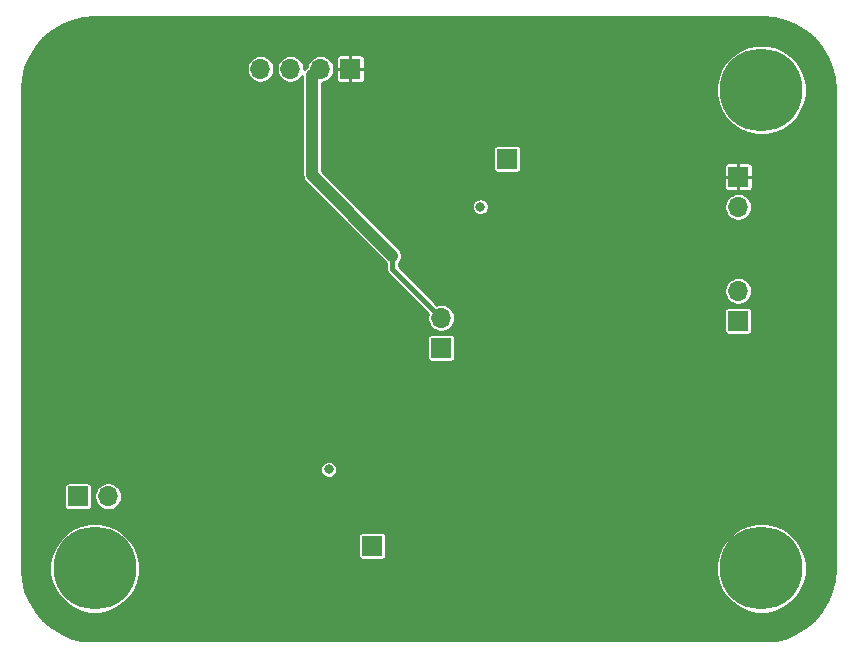
<source format=gbr>
%TF.GenerationSoftware,KiCad,Pcbnew,(5.1.9)-1*%
%TF.CreationDate,2021-07-15T19:39:04-04:00*%
%TF.ProjectId,detector_circuit_LTC6269,64657465-6374-46f7-925f-636972637569,rev?*%
%TF.SameCoordinates,Original*%
%TF.FileFunction,Copper,L4,Bot*%
%TF.FilePolarity,Positive*%
%FSLAX46Y46*%
G04 Gerber Fmt 4.6, Leading zero omitted, Abs format (unit mm)*
G04 Created by KiCad (PCBNEW (5.1.9)-1) date 2021-07-15 19:39:04*
%MOMM*%
%LPD*%
G01*
G04 APERTURE LIST*
%TA.AperFunction,ComponentPad*%
%ADD10C,7.000000*%
%TD*%
%TA.AperFunction,ComponentPad*%
%ADD11O,1.700000X1.700000*%
%TD*%
%TA.AperFunction,ComponentPad*%
%ADD12R,1.700000X1.700000*%
%TD*%
%TA.AperFunction,ViaPad*%
%ADD13C,0.800000*%
%TD*%
%TA.AperFunction,Conductor*%
%ADD14C,0.420000*%
%TD*%
%TA.AperFunction,Conductor*%
%ADD15C,1.000000*%
%TD*%
%TA.AperFunction,Conductor*%
%ADD16C,0.254000*%
%TD*%
%TA.AperFunction,Conductor*%
%ADD17C,0.100000*%
%TD*%
G04 APERTURE END LIST*
D10*
%TO.P,REF\u002A\u002A,1*%
%TO.N,N/C*%
X146621500Y-100457000D03*
%TD*%
%TO.P,REF\u002A\u002A,1*%
%TO.N,N/C*%
X146621500Y-140970000D03*
%TD*%
D11*
%TO.P,J3,4*%
%TO.N,/SIPM_OUT*%
X104203500Y-98679000D03*
%TO.P,J3,3*%
%TO.N,/DET_ADC*%
X106743500Y-98679000D03*
%TO.P,J3,2*%
%TO.N,/AMP_OUT*%
X109283500Y-98679000D03*
D12*
%TO.P,J3,1*%
%TO.N,GND*%
X111823500Y-98679000D03*
%TD*%
D11*
%TO.P,J2,2*%
%TO.N,N/C*%
X144653000Y-117475000D03*
D12*
%TO.P,J2,1*%
%TO.N,/SIPM_OUT*%
X144653000Y-120015000D03*
%TD*%
D11*
%TO.P,J1,2*%
%TO.N,+4.7V*%
X144653000Y-110363000D03*
D12*
%TO.P,J1,1*%
%TO.N,GND*%
X144653000Y-107823000D03*
%TD*%
D10*
%TO.P,REF\u002A\u002A,1*%
%TO.N,N/C*%
X90170000Y-140970000D03*
%TD*%
D12*
%TO.P,TP15,1*%
%TO.N,Net-(C18-Pad2)*%
X113665000Y-139065000D03*
%TD*%
D11*
%TO.P,JP1,2*%
%TO.N,/AMP_OUT*%
X119507000Y-119761000D03*
D12*
%TO.P,JP1,1*%
%TO.N,Net-(C36-Pad1)*%
X119507000Y-122301000D03*
%TD*%
%TO.P,TP1,1*%
%TO.N,/DET_ADC*%
X125095000Y-106299000D03*
%TD*%
D11*
%TO.P,JP5,2*%
%TO.N,/Filter_IN*%
X91313000Y-134874000D03*
D12*
%TO.P,JP5,1*%
%TO.N,Net-(C31-Pad1)*%
X88773000Y-134874000D03*
%TD*%
D13*
%TO.N,GND*%
X124460000Y-123190000D03*
X109982000Y-140589000D03*
X100965000Y-140589000D03*
X106426000Y-130810000D03*
X117094000Y-110363000D03*
X127635000Y-123190000D03*
X118618000Y-134239000D03*
X109728000Y-122428000D03*
X112903000Y-122301000D03*
X110109000Y-115570000D03*
X113284000Y-115443000D03*
X119484500Y-115148000D03*
X115452000Y-134357000D03*
X114173000Y-100520500D03*
%TO.N,/AMP_OUT*%
X115379500Y-114490500D03*
%TO.N,+4.7V*%
X109982000Y-132588000D03*
X122809000Y-110363000D03*
%TD*%
D14*
%TO.N,/AMP_OUT*%
X119507000Y-119761000D02*
X115379500Y-115633500D01*
X115379500Y-115633500D02*
X115379500Y-114490500D01*
X115379500Y-114490500D02*
X115379500Y-114490500D01*
D15*
X108585000Y-107696000D02*
X115379500Y-114490500D01*
X108585000Y-99187000D02*
X108585000Y-107696000D01*
X108775500Y-99187000D02*
X109283500Y-98679000D01*
X108585000Y-99187000D02*
X108775500Y-99187000D01*
%TD*%
D16*
%TO.N,GND*%
X147650585Y-94360540D02*
X148592388Y-94586647D01*
X149487239Y-94957307D01*
X150313075Y-95463379D01*
X151049583Y-96092417D01*
X151678620Y-96828925D01*
X152184694Y-97654764D01*
X152555353Y-98549612D01*
X152781460Y-99491420D01*
X152858001Y-100463963D01*
X152858000Y-140963050D01*
X152781460Y-141935580D01*
X152555353Y-142877388D01*
X152184694Y-143772236D01*
X151678620Y-144598075D01*
X151049583Y-145334583D01*
X150313075Y-145963621D01*
X149487239Y-146469693D01*
X148592388Y-146840353D01*
X147833104Y-147022641D01*
X89021900Y-147022641D01*
X88262612Y-146840353D01*
X87367764Y-146469694D01*
X86541925Y-145963620D01*
X85805417Y-145334583D01*
X85176379Y-144598075D01*
X84670307Y-143772239D01*
X84299647Y-142877388D01*
X84073540Y-141935585D01*
X84010500Y-141134585D01*
X84010500Y-140593073D01*
X86343000Y-140593073D01*
X86343000Y-141346927D01*
X86490070Y-142086295D01*
X86778557Y-142782764D01*
X87197375Y-143409570D01*
X87730430Y-143942625D01*
X88357236Y-144361443D01*
X89053705Y-144649930D01*
X89793073Y-144797000D01*
X90546927Y-144797000D01*
X91286295Y-144649930D01*
X91982764Y-144361443D01*
X92609570Y-143942625D01*
X93142625Y-143409570D01*
X93561443Y-142782764D01*
X93849930Y-142086295D01*
X93997000Y-141346927D01*
X93997000Y-140593073D01*
X142794500Y-140593073D01*
X142794500Y-141346927D01*
X142941570Y-142086295D01*
X143230057Y-142782764D01*
X143648875Y-143409570D01*
X144181930Y-143942625D01*
X144808736Y-144361443D01*
X145505205Y-144649930D01*
X146244573Y-144797000D01*
X146998427Y-144797000D01*
X147737795Y-144649930D01*
X148434264Y-144361443D01*
X149061070Y-143942625D01*
X149594125Y-143409570D01*
X150012943Y-142782764D01*
X150301430Y-142086295D01*
X150448500Y-141346927D01*
X150448500Y-140593073D01*
X150301430Y-139853705D01*
X150012943Y-139157236D01*
X149594125Y-138530430D01*
X149061070Y-137997375D01*
X148434264Y-137578557D01*
X147737795Y-137290070D01*
X146998427Y-137143000D01*
X146244573Y-137143000D01*
X145505205Y-137290070D01*
X144808736Y-137578557D01*
X144181930Y-137997375D01*
X143648875Y-138530430D01*
X143230057Y-139157236D01*
X142941570Y-139853705D01*
X142794500Y-140593073D01*
X93997000Y-140593073D01*
X93849930Y-139853705D01*
X93561443Y-139157236D01*
X93142625Y-138530430D01*
X92827195Y-138215000D01*
X112486418Y-138215000D01*
X112486418Y-139915000D01*
X112492732Y-139979103D01*
X112511430Y-140040743D01*
X112541794Y-140097550D01*
X112582657Y-140147343D01*
X112632450Y-140188206D01*
X112689257Y-140218570D01*
X112750897Y-140237268D01*
X112815000Y-140243582D01*
X114515000Y-140243582D01*
X114579103Y-140237268D01*
X114640743Y-140218570D01*
X114697550Y-140188206D01*
X114747343Y-140147343D01*
X114788206Y-140097550D01*
X114818570Y-140040743D01*
X114837268Y-139979103D01*
X114843582Y-139915000D01*
X114843582Y-138215000D01*
X114837268Y-138150897D01*
X114818570Y-138089257D01*
X114788206Y-138032450D01*
X114747343Y-137982657D01*
X114697550Y-137941794D01*
X114640743Y-137911430D01*
X114579103Y-137892732D01*
X114515000Y-137886418D01*
X112815000Y-137886418D01*
X112750897Y-137892732D01*
X112689257Y-137911430D01*
X112632450Y-137941794D01*
X112582657Y-137982657D01*
X112541794Y-138032450D01*
X112511430Y-138089257D01*
X112492732Y-138150897D01*
X112486418Y-138215000D01*
X92827195Y-138215000D01*
X92609570Y-137997375D01*
X91982764Y-137578557D01*
X91286295Y-137290070D01*
X90546927Y-137143000D01*
X89793073Y-137143000D01*
X89053705Y-137290070D01*
X88357236Y-137578557D01*
X87730430Y-137997375D01*
X87197375Y-138530430D01*
X86778557Y-139157236D01*
X86490070Y-139853705D01*
X86343000Y-140593073D01*
X84010500Y-140593073D01*
X84010500Y-134024000D01*
X87594418Y-134024000D01*
X87594418Y-135724000D01*
X87600732Y-135788103D01*
X87619430Y-135849743D01*
X87649794Y-135906550D01*
X87690657Y-135956343D01*
X87740450Y-135997206D01*
X87797257Y-136027570D01*
X87858897Y-136046268D01*
X87923000Y-136052582D01*
X89623000Y-136052582D01*
X89687103Y-136046268D01*
X89748743Y-136027570D01*
X89805550Y-135997206D01*
X89855343Y-135956343D01*
X89896206Y-135906550D01*
X89926570Y-135849743D01*
X89945268Y-135788103D01*
X89951582Y-135724000D01*
X89951582Y-134758076D01*
X90136000Y-134758076D01*
X90136000Y-134989924D01*
X90181231Y-135217318D01*
X90269956Y-135431519D01*
X90398764Y-135624294D01*
X90562706Y-135788236D01*
X90755481Y-135917044D01*
X90969682Y-136005769D01*
X91197076Y-136051000D01*
X91428924Y-136051000D01*
X91656318Y-136005769D01*
X91870519Y-135917044D01*
X92063294Y-135788236D01*
X92227236Y-135624294D01*
X92356044Y-135431519D01*
X92444769Y-135217318D01*
X92490000Y-134989924D01*
X92490000Y-134758076D01*
X92444769Y-134530682D01*
X92356044Y-134316481D01*
X92227236Y-134123706D01*
X92063294Y-133959764D01*
X91870519Y-133830956D01*
X91656318Y-133742231D01*
X91428924Y-133697000D01*
X91197076Y-133697000D01*
X90969682Y-133742231D01*
X90755481Y-133830956D01*
X90562706Y-133959764D01*
X90398764Y-134123706D01*
X90269956Y-134316481D01*
X90181231Y-134530682D01*
X90136000Y-134758076D01*
X89951582Y-134758076D01*
X89951582Y-134024000D01*
X89945268Y-133959897D01*
X89926570Y-133898257D01*
X89896206Y-133841450D01*
X89855343Y-133791657D01*
X89805550Y-133750794D01*
X89748743Y-133720430D01*
X89687103Y-133701732D01*
X89623000Y-133695418D01*
X87923000Y-133695418D01*
X87858897Y-133701732D01*
X87797257Y-133720430D01*
X87740450Y-133750794D01*
X87690657Y-133791657D01*
X87649794Y-133841450D01*
X87619430Y-133898257D01*
X87600732Y-133959897D01*
X87594418Y-134024000D01*
X84010500Y-134024000D01*
X84010500Y-132516397D01*
X109255000Y-132516397D01*
X109255000Y-132659603D01*
X109282938Y-132800058D01*
X109337741Y-132932364D01*
X109417302Y-133051436D01*
X109518564Y-133152698D01*
X109637636Y-133232259D01*
X109769942Y-133287062D01*
X109910397Y-133315000D01*
X110053603Y-133315000D01*
X110194058Y-133287062D01*
X110326364Y-133232259D01*
X110445436Y-133152698D01*
X110546698Y-133051436D01*
X110626259Y-132932364D01*
X110681062Y-132800058D01*
X110709000Y-132659603D01*
X110709000Y-132516397D01*
X110681062Y-132375942D01*
X110626259Y-132243636D01*
X110546698Y-132124564D01*
X110445436Y-132023302D01*
X110326364Y-131943741D01*
X110194058Y-131888938D01*
X110053603Y-131861000D01*
X109910397Y-131861000D01*
X109769942Y-131888938D01*
X109637636Y-131943741D01*
X109518564Y-132023302D01*
X109417302Y-132124564D01*
X109337741Y-132243636D01*
X109282938Y-132375942D01*
X109255000Y-132516397D01*
X84010500Y-132516397D01*
X84010500Y-121451000D01*
X118328418Y-121451000D01*
X118328418Y-123151000D01*
X118334732Y-123215103D01*
X118353430Y-123276743D01*
X118383794Y-123333550D01*
X118424657Y-123383343D01*
X118474450Y-123424206D01*
X118531257Y-123454570D01*
X118592897Y-123473268D01*
X118657000Y-123479582D01*
X120357000Y-123479582D01*
X120421103Y-123473268D01*
X120482743Y-123454570D01*
X120539550Y-123424206D01*
X120589343Y-123383343D01*
X120630206Y-123333550D01*
X120660570Y-123276743D01*
X120679268Y-123215103D01*
X120685582Y-123151000D01*
X120685582Y-121451000D01*
X120679268Y-121386897D01*
X120660570Y-121325257D01*
X120630206Y-121268450D01*
X120589343Y-121218657D01*
X120539550Y-121177794D01*
X120482743Y-121147430D01*
X120421103Y-121128732D01*
X120357000Y-121122418D01*
X118657000Y-121122418D01*
X118592897Y-121128732D01*
X118531257Y-121147430D01*
X118474450Y-121177794D01*
X118424657Y-121218657D01*
X118383794Y-121268450D01*
X118353430Y-121325257D01*
X118334732Y-121386897D01*
X118328418Y-121451000D01*
X84010500Y-121451000D01*
X84010500Y-100292415D01*
X84073540Y-99491415D01*
X84296414Y-98563076D01*
X103026500Y-98563076D01*
X103026500Y-98794924D01*
X103071731Y-99022318D01*
X103160456Y-99236519D01*
X103289264Y-99429294D01*
X103453206Y-99593236D01*
X103645981Y-99722044D01*
X103860182Y-99810769D01*
X104087576Y-99856000D01*
X104319424Y-99856000D01*
X104546818Y-99810769D01*
X104761019Y-99722044D01*
X104953794Y-99593236D01*
X105117736Y-99429294D01*
X105246544Y-99236519D01*
X105335269Y-99022318D01*
X105380500Y-98794924D01*
X105380500Y-98563076D01*
X105566500Y-98563076D01*
X105566500Y-98794924D01*
X105611731Y-99022318D01*
X105700456Y-99236519D01*
X105829264Y-99429294D01*
X105993206Y-99593236D01*
X106185981Y-99722044D01*
X106400182Y-99810769D01*
X106627576Y-99856000D01*
X106859424Y-99856000D01*
X107086818Y-99810769D01*
X107301019Y-99722044D01*
X107493794Y-99593236D01*
X107657736Y-99429294D01*
X107758000Y-99279238D01*
X107758001Y-107655376D01*
X107754000Y-107696000D01*
X107769967Y-107858120D01*
X107817256Y-108014010D01*
X107894048Y-108157679D01*
X107971498Y-108252051D01*
X107997395Y-108283606D01*
X108028948Y-108309501D01*
X114823448Y-115104002D01*
X114842500Y-115119638D01*
X114842500Y-115607132D01*
X114839903Y-115633500D01*
X114842500Y-115659868D01*
X114842500Y-115659877D01*
X114850270Y-115738769D01*
X114880976Y-115839994D01*
X114930841Y-115933285D01*
X114997947Y-116015053D01*
X115018436Y-116031868D01*
X118383730Y-119397163D01*
X118375231Y-119417682D01*
X118330000Y-119645076D01*
X118330000Y-119876924D01*
X118375231Y-120104318D01*
X118463956Y-120318519D01*
X118592764Y-120511294D01*
X118756706Y-120675236D01*
X118949481Y-120804044D01*
X119163682Y-120892769D01*
X119391076Y-120938000D01*
X119622924Y-120938000D01*
X119850318Y-120892769D01*
X120064519Y-120804044D01*
X120257294Y-120675236D01*
X120421236Y-120511294D01*
X120550044Y-120318519D01*
X120638769Y-120104318D01*
X120684000Y-119876924D01*
X120684000Y-119645076D01*
X120638769Y-119417682D01*
X120550044Y-119203481D01*
X120524332Y-119165000D01*
X143474418Y-119165000D01*
X143474418Y-120865000D01*
X143480732Y-120929103D01*
X143499430Y-120990743D01*
X143529794Y-121047550D01*
X143570657Y-121097343D01*
X143620450Y-121138206D01*
X143677257Y-121168570D01*
X143738897Y-121187268D01*
X143803000Y-121193582D01*
X145503000Y-121193582D01*
X145567103Y-121187268D01*
X145628743Y-121168570D01*
X145685550Y-121138206D01*
X145735343Y-121097343D01*
X145776206Y-121047550D01*
X145806570Y-120990743D01*
X145825268Y-120929103D01*
X145831582Y-120865000D01*
X145831582Y-119165000D01*
X145825268Y-119100897D01*
X145806570Y-119039257D01*
X145776206Y-118982450D01*
X145735343Y-118932657D01*
X145685550Y-118891794D01*
X145628743Y-118861430D01*
X145567103Y-118842732D01*
X145503000Y-118836418D01*
X143803000Y-118836418D01*
X143738897Y-118842732D01*
X143677257Y-118861430D01*
X143620450Y-118891794D01*
X143570657Y-118932657D01*
X143529794Y-118982450D01*
X143499430Y-119039257D01*
X143480732Y-119100897D01*
X143474418Y-119165000D01*
X120524332Y-119165000D01*
X120421236Y-119010706D01*
X120257294Y-118846764D01*
X120064519Y-118717956D01*
X119850318Y-118629231D01*
X119622924Y-118584000D01*
X119391076Y-118584000D01*
X119163682Y-118629231D01*
X119143163Y-118637730D01*
X117864509Y-117359076D01*
X143476000Y-117359076D01*
X143476000Y-117590924D01*
X143521231Y-117818318D01*
X143609956Y-118032519D01*
X143738764Y-118225294D01*
X143902706Y-118389236D01*
X144095481Y-118518044D01*
X144309682Y-118606769D01*
X144537076Y-118652000D01*
X144768924Y-118652000D01*
X144996318Y-118606769D01*
X145210519Y-118518044D01*
X145403294Y-118389236D01*
X145567236Y-118225294D01*
X145696044Y-118032519D01*
X145784769Y-117818318D01*
X145830000Y-117590924D01*
X145830000Y-117359076D01*
X145784769Y-117131682D01*
X145696044Y-116917481D01*
X145567236Y-116724706D01*
X145403294Y-116560764D01*
X145210519Y-116431956D01*
X144996318Y-116343231D01*
X144768924Y-116298000D01*
X144537076Y-116298000D01*
X144309682Y-116343231D01*
X144095481Y-116431956D01*
X143902706Y-116560764D01*
X143738764Y-116724706D01*
X143609956Y-116917481D01*
X143521231Y-117131682D01*
X143476000Y-117359076D01*
X117864509Y-117359076D01*
X115916500Y-115411068D01*
X115916500Y-115119637D01*
X115967106Y-115078106D01*
X116070452Y-114952179D01*
X116147244Y-114808510D01*
X116194533Y-114652620D01*
X116210500Y-114490499D01*
X116194533Y-114328379D01*
X116147244Y-114172489D01*
X116070452Y-114028820D01*
X115993002Y-113934448D01*
X112349951Y-110291397D01*
X122082000Y-110291397D01*
X122082000Y-110434603D01*
X122109938Y-110575058D01*
X122164741Y-110707364D01*
X122244302Y-110826436D01*
X122345564Y-110927698D01*
X122464636Y-111007259D01*
X122596942Y-111062062D01*
X122737397Y-111090000D01*
X122880603Y-111090000D01*
X123021058Y-111062062D01*
X123153364Y-111007259D01*
X123272436Y-110927698D01*
X123373698Y-110826436D01*
X123453259Y-110707364D01*
X123508062Y-110575058D01*
X123536000Y-110434603D01*
X123536000Y-110291397D01*
X123527185Y-110247076D01*
X143476000Y-110247076D01*
X143476000Y-110478924D01*
X143521231Y-110706318D01*
X143609956Y-110920519D01*
X143738764Y-111113294D01*
X143902706Y-111277236D01*
X144095481Y-111406044D01*
X144309682Y-111494769D01*
X144537076Y-111540000D01*
X144768924Y-111540000D01*
X144996318Y-111494769D01*
X145210519Y-111406044D01*
X145403294Y-111277236D01*
X145567236Y-111113294D01*
X145696044Y-110920519D01*
X145784769Y-110706318D01*
X145830000Y-110478924D01*
X145830000Y-110247076D01*
X145784769Y-110019682D01*
X145696044Y-109805481D01*
X145567236Y-109612706D01*
X145403294Y-109448764D01*
X145210519Y-109319956D01*
X144996318Y-109231231D01*
X144768924Y-109186000D01*
X144537076Y-109186000D01*
X144309682Y-109231231D01*
X144095481Y-109319956D01*
X143902706Y-109448764D01*
X143738764Y-109612706D01*
X143609956Y-109805481D01*
X143521231Y-110019682D01*
X143476000Y-110247076D01*
X123527185Y-110247076D01*
X123508062Y-110150942D01*
X123453259Y-110018636D01*
X123373698Y-109899564D01*
X123272436Y-109798302D01*
X123153364Y-109718741D01*
X123021058Y-109663938D01*
X122880603Y-109636000D01*
X122737397Y-109636000D01*
X122596942Y-109663938D01*
X122464636Y-109718741D01*
X122345564Y-109798302D01*
X122244302Y-109899564D01*
X122164741Y-110018636D01*
X122109938Y-110150942D01*
X122082000Y-110291397D01*
X112349951Y-110291397D01*
X110731554Y-108673000D01*
X143420157Y-108673000D01*
X143427513Y-108747689D01*
X143449299Y-108819508D01*
X143484678Y-108885696D01*
X143532289Y-108943711D01*
X143590304Y-108991322D01*
X143656492Y-109026701D01*
X143728311Y-109048487D01*
X143803000Y-109055843D01*
X144557250Y-109054000D01*
X144652500Y-108958750D01*
X144652500Y-107823500D01*
X144653500Y-107823500D01*
X144653500Y-108958750D01*
X144748750Y-109054000D01*
X145503000Y-109055843D01*
X145577689Y-109048487D01*
X145649508Y-109026701D01*
X145715696Y-108991322D01*
X145773711Y-108943711D01*
X145821322Y-108885696D01*
X145856701Y-108819508D01*
X145878487Y-108747689D01*
X145885843Y-108673000D01*
X145884000Y-107918750D01*
X145788750Y-107823500D01*
X144653500Y-107823500D01*
X144652500Y-107823500D01*
X143517250Y-107823500D01*
X143422000Y-107918750D01*
X143420157Y-108673000D01*
X110731554Y-108673000D01*
X109412000Y-107353447D01*
X109412000Y-105449000D01*
X123916418Y-105449000D01*
X123916418Y-107149000D01*
X123922732Y-107213103D01*
X123941430Y-107274743D01*
X123971794Y-107331550D01*
X124012657Y-107381343D01*
X124062450Y-107422206D01*
X124119257Y-107452570D01*
X124180897Y-107471268D01*
X124245000Y-107477582D01*
X125945000Y-107477582D01*
X126009103Y-107471268D01*
X126070743Y-107452570D01*
X126127550Y-107422206D01*
X126177343Y-107381343D01*
X126218206Y-107331550D01*
X126248570Y-107274743D01*
X126267268Y-107213103D01*
X126273582Y-107149000D01*
X126273582Y-106973000D01*
X143420157Y-106973000D01*
X143422000Y-107727250D01*
X143517250Y-107822500D01*
X144652500Y-107822500D01*
X144652500Y-106687250D01*
X144653500Y-106687250D01*
X144653500Y-107822500D01*
X145788750Y-107822500D01*
X145884000Y-107727250D01*
X145885843Y-106973000D01*
X145878487Y-106898311D01*
X145856701Y-106826492D01*
X145821322Y-106760304D01*
X145773711Y-106702289D01*
X145715696Y-106654678D01*
X145649508Y-106619299D01*
X145577689Y-106597513D01*
X145503000Y-106590157D01*
X144748750Y-106592000D01*
X144653500Y-106687250D01*
X144652500Y-106687250D01*
X144557250Y-106592000D01*
X143803000Y-106590157D01*
X143728311Y-106597513D01*
X143656492Y-106619299D01*
X143590304Y-106654678D01*
X143532289Y-106702289D01*
X143484678Y-106760304D01*
X143449299Y-106826492D01*
X143427513Y-106898311D01*
X143420157Y-106973000D01*
X126273582Y-106973000D01*
X126273582Y-105449000D01*
X126267268Y-105384897D01*
X126248570Y-105323257D01*
X126218206Y-105266450D01*
X126177343Y-105216657D01*
X126127550Y-105175794D01*
X126070743Y-105145430D01*
X126009103Y-105126732D01*
X125945000Y-105120418D01*
X124245000Y-105120418D01*
X124180897Y-105126732D01*
X124119257Y-105145430D01*
X124062450Y-105175794D01*
X124012657Y-105216657D01*
X123971794Y-105266450D01*
X123941430Y-105323257D01*
X123922732Y-105384897D01*
X123916418Y-105449000D01*
X109412000Y-105449000D01*
X109412000Y-100080073D01*
X142794500Y-100080073D01*
X142794500Y-100833927D01*
X142941570Y-101573295D01*
X143230057Y-102269764D01*
X143648875Y-102896570D01*
X144181930Y-103429625D01*
X144808736Y-103848443D01*
X145505205Y-104136930D01*
X146244573Y-104284000D01*
X146998427Y-104284000D01*
X147737795Y-104136930D01*
X148434264Y-103848443D01*
X149061070Y-103429625D01*
X149594125Y-102896570D01*
X150012943Y-102269764D01*
X150301430Y-101573295D01*
X150448500Y-100833927D01*
X150448500Y-100080073D01*
X150301430Y-99340705D01*
X150012943Y-98644236D01*
X149594125Y-98017430D01*
X149061070Y-97484375D01*
X148434264Y-97065557D01*
X147737795Y-96777070D01*
X146998427Y-96630000D01*
X146244573Y-96630000D01*
X145505205Y-96777070D01*
X144808736Y-97065557D01*
X144181930Y-97484375D01*
X143648875Y-98017430D01*
X143230057Y-98644236D01*
X142941570Y-99340705D01*
X142794500Y-100080073D01*
X109412000Y-100080073D01*
X109412000Y-99853499D01*
X109626818Y-99810769D01*
X109841019Y-99722044D01*
X110033794Y-99593236D01*
X110098030Y-99529000D01*
X110590657Y-99529000D01*
X110598013Y-99603689D01*
X110619799Y-99675508D01*
X110655178Y-99741696D01*
X110702789Y-99799711D01*
X110760804Y-99847322D01*
X110826992Y-99882701D01*
X110898811Y-99904487D01*
X110973500Y-99911843D01*
X111727750Y-99910000D01*
X111823000Y-99814750D01*
X111823000Y-98679500D01*
X111824000Y-98679500D01*
X111824000Y-99814750D01*
X111919250Y-99910000D01*
X112673500Y-99911843D01*
X112748189Y-99904487D01*
X112820008Y-99882701D01*
X112886196Y-99847322D01*
X112944211Y-99799711D01*
X112991822Y-99741696D01*
X113027201Y-99675508D01*
X113048987Y-99603689D01*
X113056343Y-99529000D01*
X113054500Y-98774750D01*
X112959250Y-98679500D01*
X111824000Y-98679500D01*
X111823000Y-98679500D01*
X110687750Y-98679500D01*
X110592500Y-98774750D01*
X110590657Y-99529000D01*
X110098030Y-99529000D01*
X110197736Y-99429294D01*
X110326544Y-99236519D01*
X110415269Y-99022318D01*
X110460500Y-98794924D01*
X110460500Y-98563076D01*
X110415269Y-98335682D01*
X110326544Y-98121481D01*
X110197736Y-97928706D01*
X110098030Y-97829000D01*
X110590657Y-97829000D01*
X110592500Y-98583250D01*
X110687750Y-98678500D01*
X111823000Y-98678500D01*
X111823000Y-97543250D01*
X111824000Y-97543250D01*
X111824000Y-98678500D01*
X112959250Y-98678500D01*
X113054500Y-98583250D01*
X113056343Y-97829000D01*
X113048987Y-97754311D01*
X113027201Y-97682492D01*
X112991822Y-97616304D01*
X112944211Y-97558289D01*
X112886196Y-97510678D01*
X112820008Y-97475299D01*
X112748189Y-97453513D01*
X112673500Y-97446157D01*
X111919250Y-97448000D01*
X111824000Y-97543250D01*
X111823000Y-97543250D01*
X111727750Y-97448000D01*
X110973500Y-97446157D01*
X110898811Y-97453513D01*
X110826992Y-97475299D01*
X110760804Y-97510678D01*
X110702789Y-97558289D01*
X110655178Y-97616304D01*
X110619799Y-97682492D01*
X110598013Y-97754311D01*
X110590657Y-97829000D01*
X110098030Y-97829000D01*
X110033794Y-97764764D01*
X109841019Y-97635956D01*
X109626818Y-97547231D01*
X109399424Y-97502000D01*
X109167576Y-97502000D01*
X108940182Y-97547231D01*
X108725981Y-97635956D01*
X108533206Y-97764764D01*
X108369264Y-97928706D01*
X108240456Y-98121481D01*
X108151731Y-98335682D01*
X108119152Y-98499469D01*
X107997394Y-98599394D01*
X107920500Y-98693089D01*
X107920500Y-98563076D01*
X107875269Y-98335682D01*
X107786544Y-98121481D01*
X107657736Y-97928706D01*
X107493794Y-97764764D01*
X107301019Y-97635956D01*
X107086818Y-97547231D01*
X106859424Y-97502000D01*
X106627576Y-97502000D01*
X106400182Y-97547231D01*
X106185981Y-97635956D01*
X105993206Y-97764764D01*
X105829264Y-97928706D01*
X105700456Y-98121481D01*
X105611731Y-98335682D01*
X105566500Y-98563076D01*
X105380500Y-98563076D01*
X105335269Y-98335682D01*
X105246544Y-98121481D01*
X105117736Y-97928706D01*
X104953794Y-97764764D01*
X104761019Y-97635956D01*
X104546818Y-97547231D01*
X104319424Y-97502000D01*
X104087576Y-97502000D01*
X103860182Y-97547231D01*
X103645981Y-97635956D01*
X103453206Y-97764764D01*
X103289264Y-97928706D01*
X103160456Y-98121481D01*
X103071731Y-98335682D01*
X103026500Y-98563076D01*
X84296414Y-98563076D01*
X84299647Y-98549612D01*
X84670307Y-97654761D01*
X85176379Y-96828925D01*
X85805417Y-96092417D01*
X86541925Y-95463380D01*
X87367764Y-94957306D01*
X88262612Y-94586647D01*
X89204420Y-94360540D01*
X90176950Y-94284000D01*
X146678051Y-94284000D01*
X147650585Y-94360540D01*
%TA.AperFunction,Conductor*%
D17*
G36*
X147650585Y-94360540D02*
G01*
X148592388Y-94586647D01*
X149487239Y-94957307D01*
X150313075Y-95463379D01*
X151049583Y-96092417D01*
X151678620Y-96828925D01*
X152184694Y-97654764D01*
X152555353Y-98549612D01*
X152781460Y-99491420D01*
X152858001Y-100463963D01*
X152858000Y-140963050D01*
X152781460Y-141935580D01*
X152555353Y-142877388D01*
X152184694Y-143772236D01*
X151678620Y-144598075D01*
X151049583Y-145334583D01*
X150313075Y-145963621D01*
X149487239Y-146469693D01*
X148592388Y-146840353D01*
X147833104Y-147022641D01*
X89021900Y-147022641D01*
X88262612Y-146840353D01*
X87367764Y-146469694D01*
X86541925Y-145963620D01*
X85805417Y-145334583D01*
X85176379Y-144598075D01*
X84670307Y-143772239D01*
X84299647Y-142877388D01*
X84073540Y-141935585D01*
X84010500Y-141134585D01*
X84010500Y-140593073D01*
X86343000Y-140593073D01*
X86343000Y-141346927D01*
X86490070Y-142086295D01*
X86778557Y-142782764D01*
X87197375Y-143409570D01*
X87730430Y-143942625D01*
X88357236Y-144361443D01*
X89053705Y-144649930D01*
X89793073Y-144797000D01*
X90546927Y-144797000D01*
X91286295Y-144649930D01*
X91982764Y-144361443D01*
X92609570Y-143942625D01*
X93142625Y-143409570D01*
X93561443Y-142782764D01*
X93849930Y-142086295D01*
X93997000Y-141346927D01*
X93997000Y-140593073D01*
X142794500Y-140593073D01*
X142794500Y-141346927D01*
X142941570Y-142086295D01*
X143230057Y-142782764D01*
X143648875Y-143409570D01*
X144181930Y-143942625D01*
X144808736Y-144361443D01*
X145505205Y-144649930D01*
X146244573Y-144797000D01*
X146998427Y-144797000D01*
X147737795Y-144649930D01*
X148434264Y-144361443D01*
X149061070Y-143942625D01*
X149594125Y-143409570D01*
X150012943Y-142782764D01*
X150301430Y-142086295D01*
X150448500Y-141346927D01*
X150448500Y-140593073D01*
X150301430Y-139853705D01*
X150012943Y-139157236D01*
X149594125Y-138530430D01*
X149061070Y-137997375D01*
X148434264Y-137578557D01*
X147737795Y-137290070D01*
X146998427Y-137143000D01*
X146244573Y-137143000D01*
X145505205Y-137290070D01*
X144808736Y-137578557D01*
X144181930Y-137997375D01*
X143648875Y-138530430D01*
X143230057Y-139157236D01*
X142941570Y-139853705D01*
X142794500Y-140593073D01*
X93997000Y-140593073D01*
X93849930Y-139853705D01*
X93561443Y-139157236D01*
X93142625Y-138530430D01*
X92827195Y-138215000D01*
X112486418Y-138215000D01*
X112486418Y-139915000D01*
X112492732Y-139979103D01*
X112511430Y-140040743D01*
X112541794Y-140097550D01*
X112582657Y-140147343D01*
X112632450Y-140188206D01*
X112689257Y-140218570D01*
X112750897Y-140237268D01*
X112815000Y-140243582D01*
X114515000Y-140243582D01*
X114579103Y-140237268D01*
X114640743Y-140218570D01*
X114697550Y-140188206D01*
X114747343Y-140147343D01*
X114788206Y-140097550D01*
X114818570Y-140040743D01*
X114837268Y-139979103D01*
X114843582Y-139915000D01*
X114843582Y-138215000D01*
X114837268Y-138150897D01*
X114818570Y-138089257D01*
X114788206Y-138032450D01*
X114747343Y-137982657D01*
X114697550Y-137941794D01*
X114640743Y-137911430D01*
X114579103Y-137892732D01*
X114515000Y-137886418D01*
X112815000Y-137886418D01*
X112750897Y-137892732D01*
X112689257Y-137911430D01*
X112632450Y-137941794D01*
X112582657Y-137982657D01*
X112541794Y-138032450D01*
X112511430Y-138089257D01*
X112492732Y-138150897D01*
X112486418Y-138215000D01*
X92827195Y-138215000D01*
X92609570Y-137997375D01*
X91982764Y-137578557D01*
X91286295Y-137290070D01*
X90546927Y-137143000D01*
X89793073Y-137143000D01*
X89053705Y-137290070D01*
X88357236Y-137578557D01*
X87730430Y-137997375D01*
X87197375Y-138530430D01*
X86778557Y-139157236D01*
X86490070Y-139853705D01*
X86343000Y-140593073D01*
X84010500Y-140593073D01*
X84010500Y-134024000D01*
X87594418Y-134024000D01*
X87594418Y-135724000D01*
X87600732Y-135788103D01*
X87619430Y-135849743D01*
X87649794Y-135906550D01*
X87690657Y-135956343D01*
X87740450Y-135997206D01*
X87797257Y-136027570D01*
X87858897Y-136046268D01*
X87923000Y-136052582D01*
X89623000Y-136052582D01*
X89687103Y-136046268D01*
X89748743Y-136027570D01*
X89805550Y-135997206D01*
X89855343Y-135956343D01*
X89896206Y-135906550D01*
X89926570Y-135849743D01*
X89945268Y-135788103D01*
X89951582Y-135724000D01*
X89951582Y-134758076D01*
X90136000Y-134758076D01*
X90136000Y-134989924D01*
X90181231Y-135217318D01*
X90269956Y-135431519D01*
X90398764Y-135624294D01*
X90562706Y-135788236D01*
X90755481Y-135917044D01*
X90969682Y-136005769D01*
X91197076Y-136051000D01*
X91428924Y-136051000D01*
X91656318Y-136005769D01*
X91870519Y-135917044D01*
X92063294Y-135788236D01*
X92227236Y-135624294D01*
X92356044Y-135431519D01*
X92444769Y-135217318D01*
X92490000Y-134989924D01*
X92490000Y-134758076D01*
X92444769Y-134530682D01*
X92356044Y-134316481D01*
X92227236Y-134123706D01*
X92063294Y-133959764D01*
X91870519Y-133830956D01*
X91656318Y-133742231D01*
X91428924Y-133697000D01*
X91197076Y-133697000D01*
X90969682Y-133742231D01*
X90755481Y-133830956D01*
X90562706Y-133959764D01*
X90398764Y-134123706D01*
X90269956Y-134316481D01*
X90181231Y-134530682D01*
X90136000Y-134758076D01*
X89951582Y-134758076D01*
X89951582Y-134024000D01*
X89945268Y-133959897D01*
X89926570Y-133898257D01*
X89896206Y-133841450D01*
X89855343Y-133791657D01*
X89805550Y-133750794D01*
X89748743Y-133720430D01*
X89687103Y-133701732D01*
X89623000Y-133695418D01*
X87923000Y-133695418D01*
X87858897Y-133701732D01*
X87797257Y-133720430D01*
X87740450Y-133750794D01*
X87690657Y-133791657D01*
X87649794Y-133841450D01*
X87619430Y-133898257D01*
X87600732Y-133959897D01*
X87594418Y-134024000D01*
X84010500Y-134024000D01*
X84010500Y-132516397D01*
X109255000Y-132516397D01*
X109255000Y-132659603D01*
X109282938Y-132800058D01*
X109337741Y-132932364D01*
X109417302Y-133051436D01*
X109518564Y-133152698D01*
X109637636Y-133232259D01*
X109769942Y-133287062D01*
X109910397Y-133315000D01*
X110053603Y-133315000D01*
X110194058Y-133287062D01*
X110326364Y-133232259D01*
X110445436Y-133152698D01*
X110546698Y-133051436D01*
X110626259Y-132932364D01*
X110681062Y-132800058D01*
X110709000Y-132659603D01*
X110709000Y-132516397D01*
X110681062Y-132375942D01*
X110626259Y-132243636D01*
X110546698Y-132124564D01*
X110445436Y-132023302D01*
X110326364Y-131943741D01*
X110194058Y-131888938D01*
X110053603Y-131861000D01*
X109910397Y-131861000D01*
X109769942Y-131888938D01*
X109637636Y-131943741D01*
X109518564Y-132023302D01*
X109417302Y-132124564D01*
X109337741Y-132243636D01*
X109282938Y-132375942D01*
X109255000Y-132516397D01*
X84010500Y-132516397D01*
X84010500Y-121451000D01*
X118328418Y-121451000D01*
X118328418Y-123151000D01*
X118334732Y-123215103D01*
X118353430Y-123276743D01*
X118383794Y-123333550D01*
X118424657Y-123383343D01*
X118474450Y-123424206D01*
X118531257Y-123454570D01*
X118592897Y-123473268D01*
X118657000Y-123479582D01*
X120357000Y-123479582D01*
X120421103Y-123473268D01*
X120482743Y-123454570D01*
X120539550Y-123424206D01*
X120589343Y-123383343D01*
X120630206Y-123333550D01*
X120660570Y-123276743D01*
X120679268Y-123215103D01*
X120685582Y-123151000D01*
X120685582Y-121451000D01*
X120679268Y-121386897D01*
X120660570Y-121325257D01*
X120630206Y-121268450D01*
X120589343Y-121218657D01*
X120539550Y-121177794D01*
X120482743Y-121147430D01*
X120421103Y-121128732D01*
X120357000Y-121122418D01*
X118657000Y-121122418D01*
X118592897Y-121128732D01*
X118531257Y-121147430D01*
X118474450Y-121177794D01*
X118424657Y-121218657D01*
X118383794Y-121268450D01*
X118353430Y-121325257D01*
X118334732Y-121386897D01*
X118328418Y-121451000D01*
X84010500Y-121451000D01*
X84010500Y-100292415D01*
X84073540Y-99491415D01*
X84296414Y-98563076D01*
X103026500Y-98563076D01*
X103026500Y-98794924D01*
X103071731Y-99022318D01*
X103160456Y-99236519D01*
X103289264Y-99429294D01*
X103453206Y-99593236D01*
X103645981Y-99722044D01*
X103860182Y-99810769D01*
X104087576Y-99856000D01*
X104319424Y-99856000D01*
X104546818Y-99810769D01*
X104761019Y-99722044D01*
X104953794Y-99593236D01*
X105117736Y-99429294D01*
X105246544Y-99236519D01*
X105335269Y-99022318D01*
X105380500Y-98794924D01*
X105380500Y-98563076D01*
X105566500Y-98563076D01*
X105566500Y-98794924D01*
X105611731Y-99022318D01*
X105700456Y-99236519D01*
X105829264Y-99429294D01*
X105993206Y-99593236D01*
X106185981Y-99722044D01*
X106400182Y-99810769D01*
X106627576Y-99856000D01*
X106859424Y-99856000D01*
X107086818Y-99810769D01*
X107301019Y-99722044D01*
X107493794Y-99593236D01*
X107657736Y-99429294D01*
X107758000Y-99279238D01*
X107758001Y-107655376D01*
X107754000Y-107696000D01*
X107769967Y-107858120D01*
X107817256Y-108014010D01*
X107894048Y-108157679D01*
X107971498Y-108252051D01*
X107997395Y-108283606D01*
X108028948Y-108309501D01*
X114823448Y-115104002D01*
X114842500Y-115119638D01*
X114842500Y-115607132D01*
X114839903Y-115633500D01*
X114842500Y-115659868D01*
X114842500Y-115659877D01*
X114850270Y-115738769D01*
X114880976Y-115839994D01*
X114930841Y-115933285D01*
X114997947Y-116015053D01*
X115018436Y-116031868D01*
X118383730Y-119397163D01*
X118375231Y-119417682D01*
X118330000Y-119645076D01*
X118330000Y-119876924D01*
X118375231Y-120104318D01*
X118463956Y-120318519D01*
X118592764Y-120511294D01*
X118756706Y-120675236D01*
X118949481Y-120804044D01*
X119163682Y-120892769D01*
X119391076Y-120938000D01*
X119622924Y-120938000D01*
X119850318Y-120892769D01*
X120064519Y-120804044D01*
X120257294Y-120675236D01*
X120421236Y-120511294D01*
X120550044Y-120318519D01*
X120638769Y-120104318D01*
X120684000Y-119876924D01*
X120684000Y-119645076D01*
X120638769Y-119417682D01*
X120550044Y-119203481D01*
X120524332Y-119165000D01*
X143474418Y-119165000D01*
X143474418Y-120865000D01*
X143480732Y-120929103D01*
X143499430Y-120990743D01*
X143529794Y-121047550D01*
X143570657Y-121097343D01*
X143620450Y-121138206D01*
X143677257Y-121168570D01*
X143738897Y-121187268D01*
X143803000Y-121193582D01*
X145503000Y-121193582D01*
X145567103Y-121187268D01*
X145628743Y-121168570D01*
X145685550Y-121138206D01*
X145735343Y-121097343D01*
X145776206Y-121047550D01*
X145806570Y-120990743D01*
X145825268Y-120929103D01*
X145831582Y-120865000D01*
X145831582Y-119165000D01*
X145825268Y-119100897D01*
X145806570Y-119039257D01*
X145776206Y-118982450D01*
X145735343Y-118932657D01*
X145685550Y-118891794D01*
X145628743Y-118861430D01*
X145567103Y-118842732D01*
X145503000Y-118836418D01*
X143803000Y-118836418D01*
X143738897Y-118842732D01*
X143677257Y-118861430D01*
X143620450Y-118891794D01*
X143570657Y-118932657D01*
X143529794Y-118982450D01*
X143499430Y-119039257D01*
X143480732Y-119100897D01*
X143474418Y-119165000D01*
X120524332Y-119165000D01*
X120421236Y-119010706D01*
X120257294Y-118846764D01*
X120064519Y-118717956D01*
X119850318Y-118629231D01*
X119622924Y-118584000D01*
X119391076Y-118584000D01*
X119163682Y-118629231D01*
X119143163Y-118637730D01*
X117864509Y-117359076D01*
X143476000Y-117359076D01*
X143476000Y-117590924D01*
X143521231Y-117818318D01*
X143609956Y-118032519D01*
X143738764Y-118225294D01*
X143902706Y-118389236D01*
X144095481Y-118518044D01*
X144309682Y-118606769D01*
X144537076Y-118652000D01*
X144768924Y-118652000D01*
X144996318Y-118606769D01*
X145210519Y-118518044D01*
X145403294Y-118389236D01*
X145567236Y-118225294D01*
X145696044Y-118032519D01*
X145784769Y-117818318D01*
X145830000Y-117590924D01*
X145830000Y-117359076D01*
X145784769Y-117131682D01*
X145696044Y-116917481D01*
X145567236Y-116724706D01*
X145403294Y-116560764D01*
X145210519Y-116431956D01*
X144996318Y-116343231D01*
X144768924Y-116298000D01*
X144537076Y-116298000D01*
X144309682Y-116343231D01*
X144095481Y-116431956D01*
X143902706Y-116560764D01*
X143738764Y-116724706D01*
X143609956Y-116917481D01*
X143521231Y-117131682D01*
X143476000Y-117359076D01*
X117864509Y-117359076D01*
X115916500Y-115411068D01*
X115916500Y-115119637D01*
X115967106Y-115078106D01*
X116070452Y-114952179D01*
X116147244Y-114808510D01*
X116194533Y-114652620D01*
X116210500Y-114490499D01*
X116194533Y-114328379D01*
X116147244Y-114172489D01*
X116070452Y-114028820D01*
X115993002Y-113934448D01*
X112349951Y-110291397D01*
X122082000Y-110291397D01*
X122082000Y-110434603D01*
X122109938Y-110575058D01*
X122164741Y-110707364D01*
X122244302Y-110826436D01*
X122345564Y-110927698D01*
X122464636Y-111007259D01*
X122596942Y-111062062D01*
X122737397Y-111090000D01*
X122880603Y-111090000D01*
X123021058Y-111062062D01*
X123153364Y-111007259D01*
X123272436Y-110927698D01*
X123373698Y-110826436D01*
X123453259Y-110707364D01*
X123508062Y-110575058D01*
X123536000Y-110434603D01*
X123536000Y-110291397D01*
X123527185Y-110247076D01*
X143476000Y-110247076D01*
X143476000Y-110478924D01*
X143521231Y-110706318D01*
X143609956Y-110920519D01*
X143738764Y-111113294D01*
X143902706Y-111277236D01*
X144095481Y-111406044D01*
X144309682Y-111494769D01*
X144537076Y-111540000D01*
X144768924Y-111540000D01*
X144996318Y-111494769D01*
X145210519Y-111406044D01*
X145403294Y-111277236D01*
X145567236Y-111113294D01*
X145696044Y-110920519D01*
X145784769Y-110706318D01*
X145830000Y-110478924D01*
X145830000Y-110247076D01*
X145784769Y-110019682D01*
X145696044Y-109805481D01*
X145567236Y-109612706D01*
X145403294Y-109448764D01*
X145210519Y-109319956D01*
X144996318Y-109231231D01*
X144768924Y-109186000D01*
X144537076Y-109186000D01*
X144309682Y-109231231D01*
X144095481Y-109319956D01*
X143902706Y-109448764D01*
X143738764Y-109612706D01*
X143609956Y-109805481D01*
X143521231Y-110019682D01*
X143476000Y-110247076D01*
X123527185Y-110247076D01*
X123508062Y-110150942D01*
X123453259Y-110018636D01*
X123373698Y-109899564D01*
X123272436Y-109798302D01*
X123153364Y-109718741D01*
X123021058Y-109663938D01*
X122880603Y-109636000D01*
X122737397Y-109636000D01*
X122596942Y-109663938D01*
X122464636Y-109718741D01*
X122345564Y-109798302D01*
X122244302Y-109899564D01*
X122164741Y-110018636D01*
X122109938Y-110150942D01*
X122082000Y-110291397D01*
X112349951Y-110291397D01*
X110731554Y-108673000D01*
X143420157Y-108673000D01*
X143427513Y-108747689D01*
X143449299Y-108819508D01*
X143484678Y-108885696D01*
X143532289Y-108943711D01*
X143590304Y-108991322D01*
X143656492Y-109026701D01*
X143728311Y-109048487D01*
X143803000Y-109055843D01*
X144557250Y-109054000D01*
X144652500Y-108958750D01*
X144652500Y-107823500D01*
X144653500Y-107823500D01*
X144653500Y-108958750D01*
X144748750Y-109054000D01*
X145503000Y-109055843D01*
X145577689Y-109048487D01*
X145649508Y-109026701D01*
X145715696Y-108991322D01*
X145773711Y-108943711D01*
X145821322Y-108885696D01*
X145856701Y-108819508D01*
X145878487Y-108747689D01*
X145885843Y-108673000D01*
X145884000Y-107918750D01*
X145788750Y-107823500D01*
X144653500Y-107823500D01*
X144652500Y-107823500D01*
X143517250Y-107823500D01*
X143422000Y-107918750D01*
X143420157Y-108673000D01*
X110731554Y-108673000D01*
X109412000Y-107353447D01*
X109412000Y-105449000D01*
X123916418Y-105449000D01*
X123916418Y-107149000D01*
X123922732Y-107213103D01*
X123941430Y-107274743D01*
X123971794Y-107331550D01*
X124012657Y-107381343D01*
X124062450Y-107422206D01*
X124119257Y-107452570D01*
X124180897Y-107471268D01*
X124245000Y-107477582D01*
X125945000Y-107477582D01*
X126009103Y-107471268D01*
X126070743Y-107452570D01*
X126127550Y-107422206D01*
X126177343Y-107381343D01*
X126218206Y-107331550D01*
X126248570Y-107274743D01*
X126267268Y-107213103D01*
X126273582Y-107149000D01*
X126273582Y-106973000D01*
X143420157Y-106973000D01*
X143422000Y-107727250D01*
X143517250Y-107822500D01*
X144652500Y-107822500D01*
X144652500Y-106687250D01*
X144653500Y-106687250D01*
X144653500Y-107822500D01*
X145788750Y-107822500D01*
X145884000Y-107727250D01*
X145885843Y-106973000D01*
X145878487Y-106898311D01*
X145856701Y-106826492D01*
X145821322Y-106760304D01*
X145773711Y-106702289D01*
X145715696Y-106654678D01*
X145649508Y-106619299D01*
X145577689Y-106597513D01*
X145503000Y-106590157D01*
X144748750Y-106592000D01*
X144653500Y-106687250D01*
X144652500Y-106687250D01*
X144557250Y-106592000D01*
X143803000Y-106590157D01*
X143728311Y-106597513D01*
X143656492Y-106619299D01*
X143590304Y-106654678D01*
X143532289Y-106702289D01*
X143484678Y-106760304D01*
X143449299Y-106826492D01*
X143427513Y-106898311D01*
X143420157Y-106973000D01*
X126273582Y-106973000D01*
X126273582Y-105449000D01*
X126267268Y-105384897D01*
X126248570Y-105323257D01*
X126218206Y-105266450D01*
X126177343Y-105216657D01*
X126127550Y-105175794D01*
X126070743Y-105145430D01*
X126009103Y-105126732D01*
X125945000Y-105120418D01*
X124245000Y-105120418D01*
X124180897Y-105126732D01*
X124119257Y-105145430D01*
X124062450Y-105175794D01*
X124012657Y-105216657D01*
X123971794Y-105266450D01*
X123941430Y-105323257D01*
X123922732Y-105384897D01*
X123916418Y-105449000D01*
X109412000Y-105449000D01*
X109412000Y-100080073D01*
X142794500Y-100080073D01*
X142794500Y-100833927D01*
X142941570Y-101573295D01*
X143230057Y-102269764D01*
X143648875Y-102896570D01*
X144181930Y-103429625D01*
X144808736Y-103848443D01*
X145505205Y-104136930D01*
X146244573Y-104284000D01*
X146998427Y-104284000D01*
X147737795Y-104136930D01*
X148434264Y-103848443D01*
X149061070Y-103429625D01*
X149594125Y-102896570D01*
X150012943Y-102269764D01*
X150301430Y-101573295D01*
X150448500Y-100833927D01*
X150448500Y-100080073D01*
X150301430Y-99340705D01*
X150012943Y-98644236D01*
X149594125Y-98017430D01*
X149061070Y-97484375D01*
X148434264Y-97065557D01*
X147737795Y-96777070D01*
X146998427Y-96630000D01*
X146244573Y-96630000D01*
X145505205Y-96777070D01*
X144808736Y-97065557D01*
X144181930Y-97484375D01*
X143648875Y-98017430D01*
X143230057Y-98644236D01*
X142941570Y-99340705D01*
X142794500Y-100080073D01*
X109412000Y-100080073D01*
X109412000Y-99853499D01*
X109626818Y-99810769D01*
X109841019Y-99722044D01*
X110033794Y-99593236D01*
X110098030Y-99529000D01*
X110590657Y-99529000D01*
X110598013Y-99603689D01*
X110619799Y-99675508D01*
X110655178Y-99741696D01*
X110702789Y-99799711D01*
X110760804Y-99847322D01*
X110826992Y-99882701D01*
X110898811Y-99904487D01*
X110973500Y-99911843D01*
X111727750Y-99910000D01*
X111823000Y-99814750D01*
X111823000Y-98679500D01*
X111824000Y-98679500D01*
X111824000Y-99814750D01*
X111919250Y-99910000D01*
X112673500Y-99911843D01*
X112748189Y-99904487D01*
X112820008Y-99882701D01*
X112886196Y-99847322D01*
X112944211Y-99799711D01*
X112991822Y-99741696D01*
X113027201Y-99675508D01*
X113048987Y-99603689D01*
X113056343Y-99529000D01*
X113054500Y-98774750D01*
X112959250Y-98679500D01*
X111824000Y-98679500D01*
X111823000Y-98679500D01*
X110687750Y-98679500D01*
X110592500Y-98774750D01*
X110590657Y-99529000D01*
X110098030Y-99529000D01*
X110197736Y-99429294D01*
X110326544Y-99236519D01*
X110415269Y-99022318D01*
X110460500Y-98794924D01*
X110460500Y-98563076D01*
X110415269Y-98335682D01*
X110326544Y-98121481D01*
X110197736Y-97928706D01*
X110098030Y-97829000D01*
X110590657Y-97829000D01*
X110592500Y-98583250D01*
X110687750Y-98678500D01*
X111823000Y-98678500D01*
X111823000Y-97543250D01*
X111824000Y-97543250D01*
X111824000Y-98678500D01*
X112959250Y-98678500D01*
X113054500Y-98583250D01*
X113056343Y-97829000D01*
X113048987Y-97754311D01*
X113027201Y-97682492D01*
X112991822Y-97616304D01*
X112944211Y-97558289D01*
X112886196Y-97510678D01*
X112820008Y-97475299D01*
X112748189Y-97453513D01*
X112673500Y-97446157D01*
X111919250Y-97448000D01*
X111824000Y-97543250D01*
X111823000Y-97543250D01*
X111727750Y-97448000D01*
X110973500Y-97446157D01*
X110898811Y-97453513D01*
X110826992Y-97475299D01*
X110760804Y-97510678D01*
X110702789Y-97558289D01*
X110655178Y-97616304D01*
X110619799Y-97682492D01*
X110598013Y-97754311D01*
X110590657Y-97829000D01*
X110098030Y-97829000D01*
X110033794Y-97764764D01*
X109841019Y-97635956D01*
X109626818Y-97547231D01*
X109399424Y-97502000D01*
X109167576Y-97502000D01*
X108940182Y-97547231D01*
X108725981Y-97635956D01*
X108533206Y-97764764D01*
X108369264Y-97928706D01*
X108240456Y-98121481D01*
X108151731Y-98335682D01*
X108119152Y-98499469D01*
X107997394Y-98599394D01*
X107920500Y-98693089D01*
X107920500Y-98563076D01*
X107875269Y-98335682D01*
X107786544Y-98121481D01*
X107657736Y-97928706D01*
X107493794Y-97764764D01*
X107301019Y-97635956D01*
X107086818Y-97547231D01*
X106859424Y-97502000D01*
X106627576Y-97502000D01*
X106400182Y-97547231D01*
X106185981Y-97635956D01*
X105993206Y-97764764D01*
X105829264Y-97928706D01*
X105700456Y-98121481D01*
X105611731Y-98335682D01*
X105566500Y-98563076D01*
X105380500Y-98563076D01*
X105335269Y-98335682D01*
X105246544Y-98121481D01*
X105117736Y-97928706D01*
X104953794Y-97764764D01*
X104761019Y-97635956D01*
X104546818Y-97547231D01*
X104319424Y-97502000D01*
X104087576Y-97502000D01*
X103860182Y-97547231D01*
X103645981Y-97635956D01*
X103453206Y-97764764D01*
X103289264Y-97928706D01*
X103160456Y-98121481D01*
X103071731Y-98335682D01*
X103026500Y-98563076D01*
X84296414Y-98563076D01*
X84299647Y-98549612D01*
X84670307Y-97654761D01*
X85176379Y-96828925D01*
X85805417Y-96092417D01*
X86541925Y-95463380D01*
X87367764Y-94957306D01*
X88262612Y-94586647D01*
X89204420Y-94360540D01*
X90176950Y-94284000D01*
X146678051Y-94284000D01*
X147650585Y-94360540D01*
G37*
%TD.AperFunction*%
%TD*%
M02*

</source>
